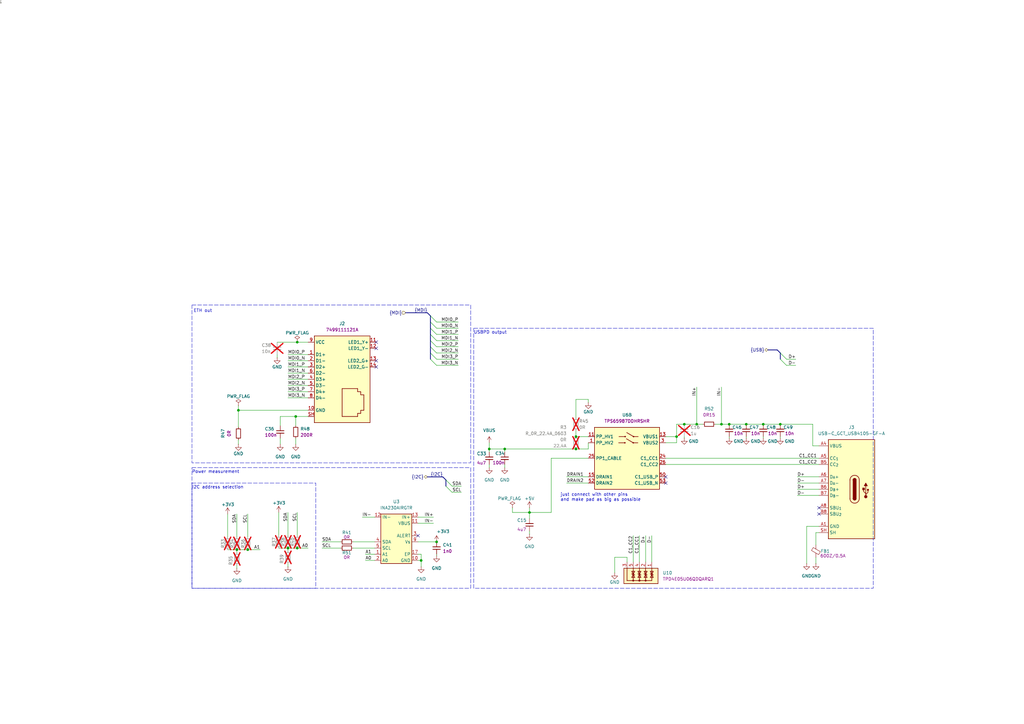
<source format=kicad_sch>
(kicad_sch (version 20230121) (generator eeschema)
  (paper "A3")
  (title_block (title "PoE to USBC PD adapter") (date "2024-07-08") (company "Antmicro ltd."))
  (junction (at 320.04 173.99))
  (junction (at 97.155 225.425))
  (junction (at 121.92 140.335))
  (junction (at 217.17 210.185))
  (junction (at 280.67 173.99))
  (junction (at 277.495 179.07))
  (junction (at 97.79 168.275))
  (junction (at 179.07 222.25))
  (junction (at 101.6 225.425))
  (junction (at 121.285 170.815))
  (junction (at 236.22 184.15))
  (junction (at 299.085 173.99))
  (junction (at 306.07 173.99))
  (junction (at 172.72 229.87))
  (junction (at 121.92 224.79))
  (junction (at 236.22 179.07))
  (junction (at 200.66 184.15))
  (junction (at 207.01 184.15))
  (junction (at 285.75 173.99))
  (junction (at 295.91 173.99))
  (junction (at 118.11 224.79))
  (junction (at 313.055 173.99))
  (no_connect (at 335.915 210.82))
  (no_connect (at 273.05 195.58))
  (no_connect (at 171.45 219.71))
  (no_connect (at 154.305 142.875))
  (no_connect (at 335.915 208.28))
  (no_connect (at 273.05 198.12))
  (no_connect (at 154.305 150.495))
  (no_connect (at 154.305 140.335))
  (no_connect (at 154.305 147.955))
  (bus_entry (at 322.58 147.32) (size -2.54 -2.54))
  (bus_entry (at 176.53 129.54) (size 2.54 2.54))
  (bus_entry (at 176.53 139.7) (size 2.54 2.54))
  (bus_entry (at 185.42 201.93) (size -2.54 -2.54))
  (bus_entry (at 185.42 199.39) (size -2.54 -2.54))
  (bus_entry (at 176.53 137.16) (size 2.54 2.54))
  (bus_entry (at 322.58 149.86) (size -2.54 -2.54))
  (bus_entry (at 176.53 142.24) (size 2.54 2.54))
  (bus_entry (at 176.53 134.62) (size 2.54 2.54))
  (bus_entry (at 176.53 144.78) (size 2.54 2.54))
  (bus_entry (at 176.53 147.32) (size 2.54 2.54))
  (bus_entry (at 176.53 132.08) (size 2.54 2.54))
  (wire (pts (xy 330.835 215.9) (xy 330.835 231.14)))
  (wire (pts (xy 187.96 139.7) (xy 179.07 139.7)))
  (wire (pts (xy 207.01 190.5) (xy 207.01 191.77)))
  (wire (pts (xy 185.42 201.93) (xy 189.23 201.93)))
  (wire (pts (xy 97.79 168.275) (xy 97.79 175.26)))
  (wire (pts (xy 200.66 184.15) (xy 207.01 184.15)))
  (wire (pts (xy 121.92 224.79) (xy 126.365 224.79)))
  (wire (pts (xy 322.58 147.32) (xy 326.39 147.32)))
  (wire (pts (xy 149.86 229.87) (xy 153.67 229.87)))
  (wire (pts (xy 207.01 184.15) (xy 236.22 184.15)))
  (wire (pts (xy 273.05 190.5) (xy 335.915 190.5)))
  (bus (pts (xy 176.53 137.16) (xy 176.53 139.7)))
  (wire (pts (xy 232.41 198.12) (xy 241.3 198.12)))
  (wire (pts (xy 259.715 219.71) (xy 259.715 230.505)))
  (wire (pts (xy 200.66 190.5) (xy 200.66 191.77)))
  (wire (pts (xy 285.75 173.99) (xy 288.29 173.99)))
  (bus (pts (xy 176.53 134.62) (xy 176.53 137.16)))
  (wire (pts (xy 320.04 173.99) (xy 333.375 173.99)))
  (wire (pts (xy 172.72 229.87) (xy 171.45 229.87)))
  (wire (pts (xy 97.155 225.425) (xy 97.155 226.695)))
  (wire (pts (xy 187.96 149.86) (xy 179.07 149.86)))
  (bus (pts (xy 176.53 129.54) (xy 175.26 128.27)))
  (bus (pts (xy 176.53 132.08) (xy 176.53 134.62)))
  (wire (pts (xy 264.795 219.71) (xy 264.795 230.505)))
  (wire (pts (xy 327.025 200.66) (xy 335.915 200.66)))
  (wire (pts (xy 334.645 228.6) (xy 334.645 231.14)))
  (wire (pts (xy 262.255 219.71) (xy 262.255 230.505)))
  (wire (pts (xy 241.3 181.61) (xy 241.3 184.15)))
  (wire (pts (xy 113.665 145.415) (xy 113.665 146.685)))
  (wire (pts (xy 121.285 174.625) (xy 121.285 170.815)))
  (wire (pts (xy 277.495 173.99) (xy 280.67 173.99)))
  (wire (pts (xy 171.45 227.33) (xy 172.72 227.33)))
  (wire (pts (xy 126.365 150.495) (xy 118.11 150.495)))
  (wire (pts (xy 313.055 179.07) (xy 313.055 179.705)))
  (wire (pts (xy 273.05 181.61) (xy 277.495 181.61)))
  (wire (pts (xy 144.78 224.79) (xy 153.67 224.79)))
  (wire (pts (xy 187.96 137.16) (xy 179.07 137.16)))
  (wire (pts (xy 97.155 231.775) (xy 97.155 233.045)))
  (wire (pts (xy 217.17 210.185) (xy 210.185 210.185)))
  (wire (pts (xy 101.6 210.82) (xy 101.6 220.345)))
  (wire (pts (xy 93.345 225.425) (xy 97.155 225.425)))
  (wire (pts (xy 327.025 195.58) (xy 335.915 195.58)))
  (wire (pts (xy 277.495 181.61) (xy 277.495 179.07)))
  (wire (pts (xy 121.285 179.705) (xy 121.285 182.245)))
  (wire (pts (xy 207.01 184.15) (xy 207.01 185.42)))
  (wire (pts (xy 187.96 142.24) (xy 179.07 142.24)))
  (wire (pts (xy 171.45 212.09) (xy 177.8 212.09)))
  (wire (pts (xy 126.365 140.335) (xy 121.92 140.335)))
  (wire (pts (xy 114.3 210.185) (xy 114.3 219.71)))
  (wire (pts (xy 236.22 184.15) (xy 241.3 184.15)))
  (wire (pts (xy 118.11 224.79) (xy 121.92 224.79)))
  (wire (pts (xy 236.22 171.45) (xy 236.22 163.83)))
  (wire (pts (xy 185.42 199.39) (xy 189.23 199.39)))
  (wire (pts (xy 114.935 170.815) (xy 121.285 170.815)))
  (wire (pts (xy 126.365 160.655) (xy 118.11 160.655)))
  (wire (pts (xy 114.935 170.815) (xy 114.935 174.625)))
  (wire (pts (xy 126.365 155.575) (xy 118.11 155.575)))
  (wire (pts (xy 149.86 227.33) (xy 153.67 227.33)))
  (wire (pts (xy 126.365 147.955) (xy 118.11 147.955)))
  (wire (pts (xy 126.365 158.115) (xy 118.11 158.115)))
  (wire (pts (xy 257.175 228.6) (xy 252.095 228.6)))
  (wire (pts (xy 217.17 210.185) (xy 217.17 212.725)))
  (wire (pts (xy 285.75 158.75) (xy 285.75 173.99)))
  (wire (pts (xy 226.06 210.185) (xy 226.06 187.96)))
  (wire (pts (xy 118.11 210.185) (xy 118.11 219.71)))
  (wire (pts (xy 179.07 227.33) (xy 179.07 227.965)))
  (wire (pts (xy 334.645 218.44) (xy 334.645 223.52)))
  (bus (pts (xy 166.37 128.27) (xy 175.26 128.27)))
  (wire (pts (xy 118.11 231.14) (xy 118.11 232.41)))
  (wire (pts (xy 327.025 203.2) (xy 335.915 203.2)))
  (bus (pts (xy 175.26 195.58) (xy 181.61 195.58)))
  (wire (pts (xy 236.22 163.83) (xy 241.3 163.83)))
  (wire (pts (xy 299.085 179.07) (xy 299.085 179.705)))
  (wire (pts (xy 114.935 179.705) (xy 114.935 182.245)))
  (wire (pts (xy 252.095 228.6) (xy 252.095 234.95)))
  (wire (pts (xy 217.17 210.185) (xy 226.06 210.185)))
  (wire (pts (xy 280.67 173.99) (xy 285.75 173.99)))
  (wire (pts (xy 187.96 134.62) (xy 179.07 134.62)))
  (wire (pts (xy 299.085 173.99) (xy 306.07 173.99)))
  (wire (pts (xy 126.365 153.035) (xy 118.11 153.035)))
  (bus (pts (xy 320.04 144.78) (xy 320.04 147.32)))
  (wire (pts (xy 320.04 179.07) (xy 320.04 179.705)))
  (wire (pts (xy 114.3 224.79) (xy 118.11 224.79)))
  (wire (pts (xy 121.92 210.185) (xy 121.92 219.71)))
  (wire (pts (xy 132.08 224.79) (xy 139.7 224.79)))
  (wire (pts (xy 97.79 180.34) (xy 97.79 182.245)))
  (wire (pts (xy 97.155 225.425) (xy 101.6 225.425)))
  (wire (pts (xy 277.495 179.07) (xy 273.05 179.07)))
  (wire (pts (xy 333.375 182.88) (xy 335.915 182.88)))
  (wire (pts (xy 333.375 173.99) (xy 333.375 182.88)))
  (wire (pts (xy 126.365 163.195) (xy 118.11 163.195)))
  (bus (pts (xy 320.04 144.78) (xy 318.77 143.51)))
  (bus (pts (xy 176.53 129.54) (xy 176.53 132.08)))
  (wire (pts (xy 236.22 176.53) (xy 236.22 179.07)))
  (wire (pts (xy 200.66 181.61) (xy 200.66 184.15)))
  (bus (pts (xy 176.53 142.24) (xy 176.53 144.78)))
  (wire (pts (xy 118.11 224.79) (xy 118.11 226.06)))
  (wire (pts (xy 295.91 173.99) (xy 299.085 173.99)))
  (wire (pts (xy 277.495 173.99) (xy 277.495 179.07)))
  (wire (pts (xy 313.055 173.99) (xy 320.04 173.99)))
  (wire (pts (xy 172.72 227.33) (xy 172.72 229.87)))
  (wire (pts (xy 171.45 222.25) (xy 179.07 222.25)))
  (wire (pts (xy 187.96 147.32) (xy 179.07 147.32)))
  (bus (pts (xy 314.96 143.51) (xy 318.77 143.51)))
  (bus (pts (xy 176.53 139.7) (xy 176.53 142.24)))
  (wire (pts (xy 236.22 179.07) (xy 241.3 179.07)))
  (wire (pts (xy 273.05 187.96) (xy 335.915 187.96)))
  (wire (pts (xy 322.58 149.86) (xy 326.39 149.86)))
  (bus (pts (xy 176.53 144.78) (xy 176.53 147.32)))
  (wire (pts (xy 97.155 210.82) (xy 97.155 220.345)))
  (wire (pts (xy 232.41 195.58) (xy 241.3 195.58)))
  (wire (pts (xy 335.915 215.9) (xy 330.835 215.9)))
  (wire (pts (xy 217.17 217.805) (xy 217.17 219.075)))
  (wire (pts (xy 132.08 222.25) (xy 139.7 222.25)))
  (wire (pts (xy 267.335 219.71) (xy 267.335 230.505)))
  (wire (pts (xy 306.07 179.07) (xy 306.07 179.705)))
  (wire (pts (xy 257.175 230.505) (xy 257.175 228.6)))
  (wire (pts (xy 172.72 232.41) (xy 172.72 229.87)))
  (wire (pts (xy 121.285 170.815) (xy 126.365 170.815)))
  (wire (pts (xy 335.915 218.44) (xy 334.645 218.44)))
  (wire (pts (xy 144.78 222.25) (xy 153.67 222.25)))
  (wire (pts (xy 148.59 212.09) (xy 153.67 212.09)))
  (wire (pts (xy 241.3 163.83) (xy 241.3 165.1)))
  (wire (pts (xy 293.37 173.99) (xy 295.91 173.99)))
  (wire (pts (xy 200.66 184.15) (xy 200.66 185.42)))
  (wire (pts (xy 327.025 198.12) (xy 335.915 198.12)))
  (wire (pts (xy 187.96 144.78) (xy 179.07 144.78)))
  (bus (pts (xy 182.88 196.85) (xy 181.61 195.58)))
  (wire (pts (xy 171.45 214.63) (xy 177.8 214.63)))
  (wire (pts (xy 226.06 187.96) (xy 241.3 187.96)))
  (wire (pts (xy 97.79 166.37) (xy 97.79 168.275)))
  (wire (pts (xy 187.96 132.08) (xy 179.07 132.08)))
  (wire (pts (xy 101.6 225.425) (xy 106.68 225.425)))
  (wire (pts (xy 306.07 173.99) (xy 313.055 173.99)))
  (bus (pts (xy 182.88 199.39) (xy 182.88 196.85)))
  (wire (pts (xy 97.79 168.275) (xy 126.365 168.275)))
  (wire (pts (xy 210.185 210.185) (xy 210.185 208.28)))
  (wire (pts (xy 121.92 140.335) (xy 113.665 140.335)))
  (wire (pts (xy 217.17 208.28) (xy 217.17 210.185)))
  (wire (pts (xy 280.67 179.07) (xy 280.67 179.705)))
  (wire (pts (xy 295.91 158.75) (xy 295.91 173.99)))
  (wire (pts (xy 93.345 210.82) (xy 93.345 220.345)))
  (wire (pts (xy 118.11 145.415) (xy 126.365 145.415)))
  (rectangle (start 78.74 198.12) (end 129.54 241.3) (stroke (width 0) (type dash)))
  (rectangle (start 78.74 125.095) (end 193.04 189.865) (stroke (width 0) (type dash)))
  (rectangle (start 78.74 191.77) (end 193.04 241.3) (stroke (width 0) (type dash)))
  (rectangle (start 194.31 134.62) (end 358.14 241.3) (stroke (width 0) (type dash)))
  (text "just connect with other pins\nand make pad as big as possible" (at 229.87 205.74 0) (effects (font (size 1.27 1.27)) (justify left bottom)))
  (text "Power measurement" (at 78.74 194.31 0) (effects (font (size 1.27 1.27)) (justify left bottom)))
  (text "USBPD output" (at 194.31 137.16 0) (effects (font (size 1.27 1.27)) (justify left bottom)))
  (text "ETH out" (at 79.375 128.27 0) (effects (font (size 1.27 1.27)) (justify left bottom)))
  (text "I2C address selection" (at 78.74 200.66 0) (effects (font (size 1.27 1.27)) (justify left bottom)))
  (label "IN+" (at 285.75 158.75 270))
  (label "IN+" (at 177.8 212.09 180))
  (label "D-" (at 267.335 219.71 270))
  (label "MDI2_P" (at 187.96 142.24 180))
  (label "D-" (at 327.025 203.2 0))
  (label "MDI1_P" (at 118.11 150.495 0))
  (label "MDI0_P" (at 187.96 132.08 180))
  (label "A1" (at 149.86 227.33 0))
  (label "A0" (at 126.365 224.79 180))
  (label "IN-" (at 177.8 214.63 180))
  (label "SCL" (at 132.08 224.79 0))
  (label "IN-" (at 295.91 158.75 270))
  (label "MDI1_N" (at 187.96 139.7 180))
  (label "SDA" (at 132.08 222.25 0))
  (label "A0" (at 149.86 229.87 0))
  (label "MDI1_P" (at 187.96 137.16 180))
  (label "D+" (at 264.795 219.71 270))
  (label "MDI3_P" (at 118.11 160.655 0))
  (label "MDI0_N" (at 118.11 147.955 0))
  (label "D+" (at 326.39 147.32 180))
  (label "DRAIN1" (at 232.41 195.58 0))
  (label "{MDI}" (at 175.26 128.27 180))
  (label "MDI2_P" (at 118.11 155.575 0))
  (label "MDI3_P" (at 187.96 147.32 180))
  (label "SCL" (at 101.6 210.82 270))
  (label "MDI0_P" (at 118.11 145.415 0))
  (label "SDA" (at 118.11 210.185 270))
  (label "D-" (at 327.025 198.12 0))
  (label "C1_CC1" (at 262.255 219.71 270))
  (label "SDA" (at 189.23 199.39 180))
  (label "MDI0_N" (at 187.96 134.62 180))
  (label "MDI1_N" (at 118.11 153.035 0))
  (label "SDA" (at 97.155 210.82 270))
  (label "{I2C}" (at 181.61 195.58 180))
  (label "MDI2_N" (at 187.96 144.78 180))
  (label "DRAIN2" (at 232.41 198.12 0))
  (label "D+" (at 327.025 195.58 0))
  (label "C1_CC1" (at 327.66 187.96 0))
  (label "SCL" (at 121.92 210.185 270))
  (label "C1_CC2" (at 259.715 219.71 270))
  (label "MDI3_N" (at 118.11 163.195 0))
  (label "SCL" (at 189.23 201.93 180))
  (label "MDI2_N" (at 118.11 158.115 0))
  (label "C1_CC2" (at 327.66 190.5 0))
  (label "D+" (at 327.025 200.66 0))
  (label "MDI3_N" (at 187.96 149.86 180))
  (label "A1" (at 106.68 225.425 180))
  (label "IN-" (at 148.59 212.09 0))
  (label "D-" (at 326.39 149.86 180))
  (hierarchical_label "{I2C}" (shape bidirectional) (at 175.26 195.58 180))
  (hierarchical_label "{USB}" (shape bidirectional) (at 314.96 143.51 180))
  (hierarchical_label "{MDI}" (shape input) (at 166.37 128.27 180))
  (symbol (lib_id "antmicroResistors0402:R_0R_0402") (at 139.7 222.25 0) (unit 1)
    (property "Reference" "R41" (at 142.24 218.44 0))
    (property "Value" "R_0R_0402" (effects hide))
    (property "Footprint" "antmicro-footprints:R_0402_1005Metric" (effects hide))
    (property "Datasheet" "https://industrial.panasonic.com/cdbs/www-data/pdf/RDA0000/AOA0000C301.pdf" (effects hide))
    (property "MPN" "ERJ2GE0R00X" (effects hide))
    (property "Manufacturer" "Panasonic" (effects hide))
    (property "License" "Apache-2.0" (effects hide))
    (property "Author" "Antmicro" (effects hide))
    (property "Val" "0R" (at 142.24 220.345 0))
    (property "Current" "1A" (effects hide))
  )
  (symbol (lib_id "antmicropower:GND") (at 114.935 182.245 0) (unit 1)
    (property "Reference" "#PWR077" (effects hide))
    (property "Value" "GND" (at 114.935 187.325 0))
    (property "Author" "Antmicro" (effects hide))
    (property "License" "Apache-2.0" (effects hide))
  )
  (symbol (lib_id "antmicropower:GND") (at 330.835 231.14 0) (unit 1)
    (property "Reference" "#PWR070" (effects hide))
    (property "Value" "GND" (at 330.835 236.22 0))
    (property "Author" "Antmicro" (effects hide))
    (property "License" "Apache-2.0" (effects hide))
  )
  (symbol (lib_id "antmicroResistorsmisc:R_0R15_2010") (at 288.29 173.99 0) (unit 1)
    (property "Reference" "R52" (at 290.83 167.64 0))
    (property "Value" "R_0R15_2010" (effects hide))
    (property "Footprint" "antmicro-footprints:R_2010_5025Metric" (effects hide))
    (property "Datasheet" "https://www.bourns.com/docs/product-datasheets/cr.pdf" (effects hide))
    (property "MPN" "CR2010-FX-0R15ELF" (effects hide))
    (property "Manufacturer" "Bourns" (effects hide))
    (property "License" "Apache-2.0" (effects hide))
    (property "Author" "Antmicro" (effects hide))
    (property "Val" "0R15" (at 290.83 170.18 0))
    (property "Tolerance" "1%" (effects hide))
  )
  (symbol (lib_id "antmicropower:GND") (at 280.67 179.705 0) (unit 1)
    (property "Reference" "#PWR069" (effects hide))
    (property "Value" "GND" (at 284.48 180.975 0))
    (property "Author" "Antmicro" (effects hide))
    (property "License" "Apache-2.0" (effects hide))
  )
  (symbol (lib_id "antmicropower:VBUS") (at 200.66 181.61 0) (unit 1)
    (property "Reference" "#PWR068" (effects hide))
    (property "Value" "VBUS" (at 200.66 176.53 0))
  )
  (symbol (lib_id "antmicropower:GND") (at 241.3 165.1 0) (unit 1)
    (property "Reference" "#PWR079" (effects hide))
    (property "Value" "GND" (at 241.3 168.91 0))
    (property "Author" "Antmicro" (effects hide))
    (property "License" "Apache-2.0" (effects hide))
  )
  (symbol (lib_id "antmicropower:GND") (at 313.055 179.705 0) (unit 1)
    (property "Reference" "#PWR0102" (effects hide))
    (property "Value" "GND" (at 316.865 180.975 0))
    (property "Author" "Antmicro" (effects hide))
    (property "License" "Apache-2.0" (effects hide))
  )
  (symbol (lib_id "antmicroInterfaceControllers:TPS65987DDHRSHR") (at 273.05 179.07 0) (mirror y) (unit 2)
    (property "Reference" "U6" (at 257.175 170.18 0))
    (property "Value" "TPS65987DDHRSHR" (effects hide))
    (property "Footprint" "antmicro-footprints:IC_TPS65987DDHRSHR" (effects hide))
    (property "Datasheet" "https://www.ti.com/lit/ds/symlink/tps65987d.pdf?ts=1720696952762&ref_url=https%253A%252F%252Fwww.ti.com%252Fproduct%252FTPS65987D%253Fbm-verify%253DAAQAAAAJ_____-o1LmU18E_WILkZVvHcuKcPEfFwTS6tlsW23TXkZNPfmEOYosFoIDVa7Oh0Ev5AAtjNRV4ReLn5eUD6s97WJfgAA_3PhpK-eL4wPHvTUXD1m6m55vocQ48bEQGa5RdOjfzwFS_n64Qgq_LV0eCM8BpVDumG4dpzVJRXXmSapYB1T1asOudiO5noPttKmAGgLVVJvd_Rmvs30u_CZ2y8V--rVvb0aqpgdV8xphKy6VS4nXHBIvJslmLIeV6BQAwkbF2aqBvN7X1bD4bCuRQBwj8ZENhQeurU-sJFAEMwDe3QxEmxyKw" (effects hide))
    (property "MPN" "TPS65987DDHRSHR" (at 257.175 172.72 0))
    (property "Manufacturer" "Texas Instruments" (effects hide))
    (property "License" "Apache-2.0" (effects hide))
    (property "Author" "Antmicro" (effects hide))
  )
  (symbol (lib_id "antmicroResistors0402:R_0R_0402") (at 121.92 224.79 90) (unit 1) (in_bom no) (dnp yes)
    (property "Reference" "R40" (at 120.015 220.345 0) (effects (justify right)))
    (property "Value" "R_0R_0402" (effects hide))
    (property "Footprint" "antmicro-footprints:R_0402_1005Metric" (effects hide))
    (property "Datasheet" "https://industrial.panasonic.com/cdbs/www-data/pdf/RDA0000/AOA0000C301.pdf" (effects hide))
    (property "MPN" "ERJ2GE0R00X" (effects hide))
    (property "Manufacturer" "Panasonic" (effects hide))
    (property "License" "Apache-2.0" (effects hide))
    (property "Author" "Antmicro" (effects hide))
    (property "Val" "0R" (at 121.92 220.98 0) (effects (justify right)))
    (property "Current" "1A" (effects hide))
    (property "DNP" "DNP" (at 0 0 0) (effects (font (size 1 1))))
  )
  (symbol (lib_id "antmicroResistors0402:R_0R_0402") (at 118.11 224.79 90) (unit 1) (in_bom no) (dnp yes)
    (property "Reference" "R38" (at 116.205 220.345 0) (effects (justify right)))
    (property "Value" "R_0R_0402" (effects hide))
    (property "Footprint" "antmicro-footprints:R_0402_1005Metric" (effects hide))
    (property "Datasheet" "https://industrial.panasonic.com/cdbs/www-data/pdf/RDA0000/AOA0000C301.pdf" (effects hide))
    (property "MPN" "ERJ2GE0R00X" (effects hide))
    (property "Manufacturer" "Panasonic" (effects hide))
    (property "License" "Apache-2.0" (effects hide))
    (property "Author" "Antmicro" (effects hide))
    (property "Val" "0R" (at 118.11 220.98 0) (effects (justify right)))
    (property "Current" "1A" (effects hide))
    (property "DNP" "DNP" (at 0 0 0) (effects (font (size 1 1))))
  )
  (symbol (lib_id "antmicropower:PWR_FLAG") (at 210.185 208.28 0) (unit 1)
    (property "Reference" "#FLG013" (effects hide))
    (property "Value" "PWR_FLAG" (at 208.915 204.47 0))
  )
  (symbol (lib_id "antmicroCapacitors0402:C_10n_50V_X7R_0402") (at 320.04 179.07 90) (unit 1)
    (property "Reference" "C49" (at 321.31 175.26 90) (effects (justify right)))
    (property "Value" "C_10n_50V_X7R_0402" (effects hide))
    (property "Footprint" "antmicro-footprints:C_0402_1005Metric" (effects hide))
    (property "Datasheet" "https://www.kemet.com/en/us/capacitors/product/C0402C103J5RAC.html" (effects hide))
    (property "MPN" "C0402C103J5RAC" (effects hide))
    (property "Val" "10n" (at 321.945 177.8 90) (effects (justify right)))
    (property "Voltage" "50V" (effects hide))
    (property "Dielectric" "X7R" (effects hide))
    (property "Manufacturer" "KEMET" (effects hide))
    (property "License" "Apache-2.0" (effects hide))
    (property "Author" "Antmicro" (effects hide))
  )
  (symbol (lib_id "antmicroUSBConnectors:USB-C_GCT_USB4105-GF-A") (at 335.915 182.88 0) (mirror y) (unit 1)
    (property "Reference" "J3" (at 349.25 175.26 0))
    (property "Value" "USB-C_GCT_USB4105-GF-A" (at 349.25 177.8 0))
    (property "Footprint" "antmicro-footprints:USB-C_Receptacle_GCT_USB4105-GF-A" (effects hide))
    (property "Datasheet" "https://gct.co/files/drawings/usb4105.pdf" (effects hide))
    (property "Manufacturer" "GCT" (effects hide))
    (property "MPN" "USB4105-GF-A" (effects hide))
    (property "Author" "Antmicro" (effects hide))
    (property "License" "Apache-2.0" (effects hide))
  )
  (symbol (lib_id "antmicropower:+3V3") (at 179.07 222.25 0) (unit 1)
    (property "Reference" "#PWR066" (effects hide))
    (property "Value" "+3V3" (at 179.07 218.694 0) (effects (justify left bottom)))
  )
  (symbol (lib_id "antmicropower:GND") (at 97.79 182.245 0) (unit 1)
    (property "Reference" "#PWR076" (effects hide))
    (property "Value" "GND" (at 97.79 186.055 0))
    (property "Author" "Antmicro" (effects hide))
    (property "License" "Apache-2.0" (effects hide))
  )
  (symbol (lib_id "antmicroResistors0402:R_0R_0402") (at 97.155 231.775 90) (unit 1) (in_bom no) (dnp yes)
    (property "Reference" "R35" (at 94.615 227.965 0) (effects (justify right)))
    (property "Value" "R_0R_0402" (effects hide))
    (property "Footprint" "antmicro-footprints:R_0402_1005Metric" (effects hide))
    (property "Datasheet" "https://industrial.panasonic.com/cdbs/www-data/pdf/RDA0000/AOA0000C301.pdf" (effects hide))
    (property "MPN" "ERJ2GE0R00X" (effects hide))
    (property "Manufacturer" "Panasonic" (effects hide))
    (property "License" "Apache-2.0" (effects hide))
    (property "Author" "Antmicro" (effects hide))
    (property "Val" "0R" (at 97.155 227.965 0) (effects (justify right)))
    (property "Current" "1A" (effects hide))
    (property "DNP" "DNP" (at 0 0 0) (effects (font (size 1 1))))
  )
  (symbol (lib_id "antmicroResistors0402:R_0R_0402") (at 97.155 225.425 90) (unit 1) (in_bom no) (dnp yes)
    (property "Reference" "R34" (at 95.25 220.98 0) (effects (justify right)))
    (property "Value" "R_0R_0402" (effects hide))
    (property "Footprint" "antmicro-footprints:R_0402_1005Metric" (effects hide))
    (property "Datasheet" "https://industrial.panasonic.com/cdbs/www-data/pdf/RDA0000/AOA0000C301.pdf" (effects hide))
    (property "MPN" "ERJ2GE0R00X" (effects hide))
    (property "Manufacturer" "Panasonic" (effects hide))
    (property "License" "Apache-2.0" (effects hide))
    (property "Author" "Antmicro" (effects hide))
    (property "Val" "0R" (at 97.155 221.615 0) (effects (justify right)))
    (property "Current" "1A" (effects hide))
    (property "DNP" "DNP" (at 0 0 0) (effects (font (size 1 1))))
  )
  (symbol (lib_id "antmicropower:+3V3") (at 93.345 210.82 0) (unit 1)
    (property "Reference" "#PWR029" (effects hide))
    (property "Value" "+3V3" (at 90.805 207.645 0) (effects (justify left bottom)))
  )
  (symbol (lib_id "antmicropower:GND") (at 252.095 234.95 0) (unit 1)
    (property "Reference" "#PWR088" (effects hide))
    (property "Value" "GND" (at 252.095 238.76 0))
    (property "Author" "Antmicro" (effects hide))
    (property "License" "Apache-2.0" (effects hide))
  )
  (symbol (lib_id "antmicropower:+3V3") (at 114.3 210.185 0) (unit 1)
    (property "Reference" "#PWR061" (effects hide))
    (property "Value" "+3V3" (at 111.76 207.01 0) (effects (justify left bottom)))
  )
  (symbol (lib_id "antmicropower:GND") (at 200.66 191.77 0) (unit 1)
    (property "Reference" "#PWR080" (effects hide))
    (property "Value" "GND" (at 200.66 196.85 0))
    (property "Author" "Antmicro" (effects hide))
    (property "License" "Apache-2.0" (effects hide))
  )
  (symbol (lib_id "antmicroResistors0603:R_0R_22.4A_0603") (at 236.22 179.07 90) (mirror x) (unit 1) (in_bom no) (dnp yes)
    (property "Reference" "R3" (at 232.41 175.26 90) (effects (justify left)))
    (property "Value" "R_0R_22.4A_0603" (at 232.41 177.8 90) (effects (justify left)))
    (property "Footprint" "antmicro-footprints:R_0603_1608Metric" (effects hide))
    (property "Datasheet" "https://fscdn.rohm.com/en/products/databook/datasheet/passive/resistor/chip_resistor/pmr-jpw-e.pdf" (effects hide))
    (property "MPN" "PMR03EZPJ000" (effects hide))
    (property "Manufacturer" "ROHM Semiconductor" (effects hide))
    (property "Val" "0R" (at 232.41 180.34 90) (effects (justify left)))
    (property "Max. Curr." "22.4A" (at 232.41 182.88 90) (effects (justify left)))
    (property "Author" "Antmicro" (effects hide))
    (property "License" "Apache-2.0" (effects hide))
    (property "Tolerance" "template_tolerance" (effects hide))
    (property "DNP" "DNP" (at 0 0 0) (effects (font (size 1 1))))
  )
  (symbol (lib_id "antmicroResistors0402:R_0R_0402") (at 118.11 231.14 90) (unit 1) (in_bom no) (dnp yes)
    (property "Reference" "R39" (at 115.57 227.33 0) (effects (justify right)))
    (property "Value" "R_0R_0402" (effects hide))
    (property "Footprint" "antmicro-footprints:R_0402_1005Metric" (effects hide))
    (property "Datasheet" "https://industrial.panasonic.com/cdbs/www-data/pdf/RDA0000/AOA0000C301.pdf" (effects hide))
    (property "MPN" "ERJ2GE0R00X" (effects hide))
    (property "Manufacturer" "Panasonic" (effects hide))
    (property "License" "Apache-2.0" (effects hide))
    (property "Author" "Antmicro" (effects hide))
    (property "Val" "0R" (at 118.11 227.33 0) (effects (justify right)))
    (property "Current" "1A" (effects hide))
    (property "DNP" "DNP" (at 0 0 0) (effects (font (size 1 1))))
  )
  (symbol (lib_id "antmicroCapacitors0402:C_4u7_25V_0402") (at 217.17 217.805 90) (unit 1)
    (property "Reference" "C15" (at 212.09 213.36 90) (effects (justify right)))
    (property "Value" "C_4u7_25V_0402" (effects hide))
    (property "Footprint" "antmicro-footprints:C_0402_1005Metric" (effects hide))
    (property "Datasheet" "https://www.murata.com/products/productdetail?partno=GRM155C61E475ME15%23" (effects hide))
    (property "MPN" "GRM155C61E475ME15J" (effects hide))
    (property "Manufacturer" "Murata" (effects hide))
    (property "License" "Apache-2.0" (effects hide))
    (property "Author" "Antmicro" (effects hide))
    (property "Val" "4u7" (at 212.09 217.17 90) (effects (justify right)))
    (property "Voltage" "25V" (effects hide))
    (property "Dielectric" "X5S" (effects hide))
  )
  (symbol (lib_id "antmicroCapacitors0402:C_100n_0402") (at 114.935 174.625 90) (mirror x) (unit 1)
    (property "Reference" "C36" (at 108.585 175.895 90) (effects (justify right)))
    (property "Value" "C_100n_0402" (effects hide))
    (property "Footprint" "antmicro-footprints:C_0402_1005Metric" (effects hide))
    (property "Datasheet" "https://search.murata.co.jp/Ceramy/image/img/A01X/G101/ENG/GRM155R61H104KE14-01.pdf" (effects hide))
    (property "Manufacturer" "Murata" (effects hide))
    (property "MPN" "GRM155R61H104KE14D" (effects hide))
    (property "Val" "100n" (at 108.585 178.435 90) (effects (justify right)))
    (property "License" "Apache-2.0" (effects hide))
    (property "Author" "Antmicro" (effects hide))
    (property "Voltage" "50V" (effects hide))
    (property "Dielectric" "X5R" (effects hide))
  )
  (symbol (lib_id "antmicropower:GND") (at 320.04 179.705 0) (unit 1)
    (property "Reference" "#PWR0103" (effects hide))
    (property "Value" "GND" (at 323.85 180.975 0))
    (property "Author" "Antmicro" (effects hide))
    (property "License" "Apache-2.0" (effects hide))
  )
  (symbol (lib_id "antmicroCapacitors0603:C_10n_0603") (at 113.665 145.415 90) (unit 1) (in_bom no) (dnp yes)
    (property "Reference" "C38" (at 107.315 141.605 90) (effects (justify right)))
    (property "Value" "C_10n_0603" (effects hide))
    (property "Footprint" "antmicro-footprints:C_0603_1608Metric" (effects hide))
    (property "Datasheet" "https://spicat.kyocera-avx.com/product/mlcc/chartview/06031C103JAT2A/" (effects hide))
    (property "MPN" "06031C103JAT2A" (effects hide))
    (property "Manufacturer" "AVX" (effects hide))
    (property "License" "Apache-2.0" (effects hide))
    (property "Author" "Antmicro" (effects hide))
    (property "Val" "10n" (at 107.315 144.145 90) (effects (justify right)))
    (property "Public" "False" (effects hide))
    (property "DNP" "DNP" (at -135.255 64.135 0) (effects (font (size 1 1))))
  )
  (symbol (lib_id "antmicropower:PWR_FLAG") (at 121.92 140.335 0) (unit 1)
    (property "Reference" "#FLG010" (effects hide))
    (property "Value" "PWR_FLAG" (at 121.92 136.525 0))
  )
  (symbol (lib_id "antmicroCapacitors0402:C_1n0_0402") (at 179.07 227.33 90) (unit 1)
    (property "Reference" "C41" (at 181.61 223.5136 90) (effects (justify right)))
    (property "Value" "C_1n0_0402" (effects hide))
    (property "Footprint" "antmicro-footprints:C_0402_1005Metric" (effects hide))
    (property "Datasheet" "https://www.we-online.com/components/products/datasheet/885012005018.pdf" (effects hide))
    (property "MPN" "885012005018" (effects hide))
    (property "Manufacturer" "Würth Elektronik" (effects hide))
    (property "License" "Apache-2.0" (effects hide))
    (property "Author" "Antmicro" (effects hide))
    (property "Val" "1n0" (at 181.61 226.0536 90) (effects (justify right)))
  )
  (symbol (lib_id "antmicropower:GND") (at 113.665 146.685 0) (unit 1)
    (property "Reference" "#PWR084" (effects hide))
    (property "Value" "GND" (at 113.665 150.495 0))
    (property "Author" "Antmicro" (effects hide))
    (property "License" "Apache-2.0" (effects hide))
  )
  (symbol (lib_id "antmicropower:GND") (at 179.07 227.965 0) (unit 1)
    (property "Reference" "#PWR091" (effects hide))
    (property "Value" "GND" (at 179.07 233.045 0))
    (property "Author" "Antmicro" (effects hide))
    (property "License" "Apache-2.0" (effects hide))
  )
  (symbol (lib_id "antmicroResistors0402:R_0R_0402") (at 139.7 224.79 0) (unit 1)
    (property "Reference" "R51" (at 142.24 226.695 0))
    (property "Value" "R_0R_0402" (effects hide))
    (property "Footprint" "antmicro-footprints:R_0402_1005Metric" (effects hide))
    (property "Datasheet" "https://industrial.panasonic.com/cdbs/www-data/pdf/RDA0000/AOA0000C301.pdf" (effects hide))
    (property "MPN" "ERJ2GE0R00X" (effects hide))
    (property "Manufacturer" "Panasonic" (effects hide))
    (property "License" "Apache-2.0" (effects hide))
    (property "Author" "Antmicro" (effects hide))
    (property "Val" "0R" (at 142.24 228.6 0))
    (property "Current" "1A" (effects hide))
  )
  (symbol (lib_id "antmicroCapacitors0402:C_10n_50V_X7R_0402") (at 299.085 179.07 90) (unit 1)
    (property "Reference" "C46" (at 300.355 175.26 90) (effects (justify right)))
    (property "Value" "C_10n_50V_X7R_0402" (effects hide))
    (property "Footprint" "antmicro-footprints:C_0402_1005Metric" (effects hide))
    (property "Datasheet" "https://www.kemet.com/en/us/capacitors/product/C0402C103J5RAC.html" (effects hide))
    (property "MPN" "C0402C103J5RAC" (effects hide))
    (property "Val" "10n" (at 300.99 177.8 90) (effects (justify right)))
    (property "Voltage" "50V" (effects hide))
    (property "Dielectric" "X7R" (effects hide))
    (property "Manufacturer" "KEMET" (effects hide))
    (property "License" "Apache-2.0" (effects hide))
    (property "Author" "Antmicro" (effects hide))
  )
  (symbol (lib_id "antmicropower:GND") (at 121.285 182.245 0) (unit 1)
    (property "Reference" "#PWR085" (effects hide))
    (property "Value" "GND" (at 121.285 187.325 0))
    (property "Author" "Antmicro" (effects hide))
    (property "License" "Apache-2.0" (effects hide))
  )
  (symbol (lib_id "antmicroCapacitors0402:C_10n_50V_X7R_0402") (at 313.055 179.07 90) (unit 1)
    (property "Reference" "C48" (at 314.325 175.26 90) (effects (justify right)))
    (property "Value" "C_10n_50V_X7R_0402" (effects hide))
    (property "Footprint" "antmicro-footprints:C_0402_1005Metric" (effects hide))
    (property "Datasheet" "https://www.kemet.com/en/us/capacitors/product/C0402C103J5RAC.html" (effects hide))
    (property "MPN" "C0402C103J5RAC" (effects hide))
    (property "Val" "10n" (at 314.96 177.8 90) (effects (justify right)))
    (property "Voltage" "50V" (effects hide))
    (property "Dielectric" "X7R" (effects hide))
    (property "Manufacturer" "KEMET" (effects hide))
    (property "License" "Apache-2.0" (effects hide))
    (property "Author" "Antmicro" (effects hide))
  )
  (symbol (lib_id "antmicroCapacitors0402:C_4u7_25V_0402") (at 200.66 190.5 90) (unit 1)
    (property "Reference" "C33" (at 195.58 186.055 90) (effects (justify right)))
    (property "Value" "C_4u7_25V_0402" (effects hide))
    (property "Footprint" "antmicro-footprints:C_0402_1005Metric" (effects hide))
    (property "Datasheet" "https://www.murata.com/products/productdetail?partno=GRM155C61E475ME15%23" (effects hide))
    (property "MPN" "GRM155C61E475ME15J" (effects hide))
    (property "Manufacturer" "Murata" (effects hide))
    (property "License" "Apache-2.0" (effects hide))
    (property "Author" "Antmicro" (effects hide))
    (property "Val" "4u7" (at 195.58 189.865 90) (effects (justify right)))
    (property "Voltage" "25V" (effects hide))
    (property "Dielectric" "X5S" (effects hide))
  )
  (symbol (lib_id "antmicropower:GND") (at 217.17 219.075 0) (unit 1)
    (property "Reference" "#PWR028" (effects hide))
    (property "Value" "GND" (at 217.17 224.155 0))
    (property "Author" "Antmicro" (effects hide))
    (property "License" "Apache-2.0" (effects hide))
  )
  (symbol (lib_id "antmicroFerriteBeadsandChips:FB_600Z_0.5A_Murata-BLM18AG_0603") (at 334.645 223.52 270) (unit 1)
    (property "Reference" "FB1" (at 338.455 226.06 90))
    (property "Value" "FB_600Z_0.5A_Murata-BLM18AG_0603" (effects hide))
    (property "Footprint" "antmicro-footprints:FB_0603_1608Metric" (effects hide))
    (property "Datasheet" "https://www.murata.com/en-us/products/productdata/8796738650142/ENFA0003.pdf" (effects hide))
    (property "Val" "600Z/0.5A" (at 341.63 227.965 90))
    (property "MPN" "BLM18AG601SN1D" (effects hide))
    (property "Manufacturer" "Murata" (effects hide))
    (property "Author" "Antmicro" (effects hide))
    (property "License" "Apache-2.0" (effects hide))
  )
  (symbol (lib_id "antmicropower:GND") (at 118.11 232.41 0) (unit 1)
    (property "Reference" "#PWR062" (effects hide))
    (property "Value" "GND" (at 118.11 237.49 0))
    (property "Author" "Antmicro" (effects hide))
    (property "License" "Apache-2.0" (effects hide))
  )
  (symbol (lib_id "antmicropower:+5V") (at 217.17 208.28 0) (unit 1)
    (property "Reference" "#PWR027" (effects hide))
    (property "Value" "+5V" (at 217.17 204.47 0))
    (property "Author" "Antmicro" (effects hide))
    (property "License" "Apache-2.0" (effects hide))
  )
  (symbol (lib_name "C_100n_0402_1") (lib_id "antmicroCapacitors0402:C_100n_0402") (at 207.01 185.42 90) (mirror x) (unit 1)
    (property "Reference" "C34" (at 207.01 186.69 90) (effects (justify left bottom)))
    (property "Value" "C_100n_0402" (effects hide))
    (property "Footprint" "antmicro-footprints:C_0402_1005Metric" (effects hide))
    (property "Datasheet" "https://search.murata.co.jp/Ceramy/image/img/A01X/G101/ENG/GRM155R61H104KE14-01.pdf" (effects hide))
    (property "MPN" "GRM155R61H104KE14D" (effects hide))
    (property "Manufacturer" "Murata" (effects hide))
    (property "Val" "100n" (at 207.01 190.5 90) (effects (justify left bottom)))
    (property "License" "Apache-2.0" (effects hide))
    (property "Author" "Antmicro" (effects hide))
    (property "Voltage" "50V" (effects hide))
    (property "Dielectric" "X5R" (effects hide))
  )
  (symbol (lib_id "antmicroResistors0402:R_0R_0402") (at 97.79 180.34 90) (unit 1)
    (property "Reference" "R47" (at 91.44 177.8 0))
    (property "Value" "R_0R_0402" (effects hide))
    (property "Footprint" "antmicro-footprints:R_0402_1005Metric" (effects hide))
    (property "Datasheet" "https://industrial.panasonic.com/cdbs/www-data/pdf/RDA0000/AOA0000C301.pdf" (effects hide))
    (property "MPN" "ERJ2GE0R00X" (effects hide))
    (property "Manufacturer" "Panasonic" (effects hide))
    (property "License" "Apache-2.0" (effects hide))
    (property "Author" "Antmicro" (effects hide))
    (property "Val" "0R" (at 93.98 177.8 0))
    (property "Current" "1A" (effects hide))
  )
  (symbol (lib_id "antmicroResistors0402:R_0R_0402") (at 114.3 224.79 90) (unit 1) (in_bom no) (dnp yes)
    (property "Reference" "R37" (at 112.395 220.345 0) (effects (justify right)))
    (property "Value" "R_0R_0402" (effects hide))
    (property "Footprint" "antmicro-footprints:R_0402_1005Metric" (effects hide))
    (property "Datasheet" "https://industrial.panasonic.com/cdbs/www-data/pdf/RDA0000/AOA0000C301.pdf" (effects hide))
    (property "MPN" "ERJ2GE0R00X" (effects hide))
    (property "Manufacturer" "Panasonic" (effects hide))
    (property "License" "Apache-2.0" (effects hide))
    (property "Author" "Antmicro" (effects hide))
    (property "Val" "0R" (at 114.3 220.98 0) (effects (justify right)))
    (property "Current" "1A" (effects hide))
    (property "DNP" "DNP" (at 0 0 0) (effects (font (size 1 1))))
  )
  (symbol (lib_id "antmicropower:GND") (at 299.085 179.705 0) (unit 1)
    (property "Reference" "#PWR0100" (effects hide))
    (property "Value" "GND" (at 302.895 180.975 0))
    (property "Author" "Antmicro" (effects hide))
    (property "License" "Apache-2.0" (effects hide))
  )
  (symbol (lib_id "antmicroResistors0402:R_0R_0402") (at 236.22 176.53 90) (unit 1) (in_bom no) (dnp yes)
    (property "Reference" "R45" (at 237.49 172.72 90) (effects (justify right)))
    (property "Value" "R_0R_0402" (effects hide))
    (property "Footprint" "antmicro-footprints:R_0402_1005Metric" (effects hide))
    (property "Datasheet" "https://industrial.panasonic.com/cdbs/www-data/pdf/RDA0000/AOA0000C301.pdf" (effects hide))
    (property "MPN" "ERJ2GE0R00X" (effects hide))
    (property "Manufacturer" "Panasonic" (effects hide))
    (property "License" "Apache-2.0" (effects hide))
    (property "Author" "Antmicro" (effects hide))
    (property "Val" "0R" (at 237.49 175.26 90) (effects (justify right)))
    (property "Current" "1A" (effects hide))
    (property "DNP" "DNP" (at 0 0 0) (effects (font (size 1 1))))
  )
  (symbol (lib_id "antmicropower:GND") (at 207.01 191.77 0) (unit 1)
    (property "Reference" "#PWR081" (effects hide))
    (property "Value" "GND" (at 207.01 196.85 0))
    (property "Author" "Antmicro" (effects hide))
    (property "License" "Apache-2.0" (effects hide))
  )
  (symbol (lib_id "antmicroTVSDiodes:TPD4E05U06QDQARQ1") (at 267.335 230.505 270) (unit 1)
    (property "Reference" "U10" (at 271.78 234.95 90) (effects (justify left)))
    (property "Value" "TPD4E05U06QDQARQ1" (effects hide))
    (property "Footprint" "antmicro-footprints:USON-10_2.5x1mm_P0.5mm" (effects hide))
    (property "Datasheet" "https://www.ti.com/lit/ds/symlink/tpd4e05u06-q1.pdf?HQS=dis-mous-null-mousermode-dsf-pf-null-wwe&ts=1663591265741&ref_url=https%253A%252F%252Fwww.mouser.com%252F" (effects hide))
    (property "MPN" "TPD4E05U06QDQARQ1" (at 271.78 237.49 90) (effects (justify left)))
    (property "Manufacturer" "Texas Instruments" (effects hide))
    (property "Author" "Antmicro" (effects hide))
    (property "License" "Apache-2.0" (effects hide))
  )
  (symbol (lib_id "antmicropower:GND") (at 172.72 232.41 0) (unit 1)
    (property "Reference" "#PWR064" (effects hide))
    (property "Value" "GND" (at 172.72 237.49 0))
    (property "Author" "Antmicro" (effects hide))
    (property "License" "Apache-2.0" (effects hide))
  )
  (symbol (lib_id "antmicroResistors0402:R_0R_0402") (at 93.345 225.425 90) (unit 1) (in_bom no) (dnp yes)
    (property "Reference" "R33" (at 91.44 220.98 0) (effects (justify right)))
    (property "Value" "R_0R_0402" (effects hide))
    (property "Footprint" "antmicro-footprints:R_0402_1005Metric" (effects hide))
    (property "Datasheet" "https://industrial.panasonic.com/cdbs/www-data/pdf/RDA0000/AOA0000C301.pdf" (effects hide))
    (property "MPN" "ERJ2GE0R00X" (effects hide))
    (property "Manufacturer" "Panasonic" (effects hide))
    (property "License" "Apache-2.0" (effects hide))
    (property "Author" "Antmicro" (effects hide))
    (property "Val" "0R" (at 93.345 221.615 0) (effects (justify right)))
    (property "Current" "1A" (effects hide))
    (property "DNP" "DNP" (at 0 0 0) (effects (font (size 1 1))))
  )
  (symbol (lib_id "antmicropower:GND") (at 334.645 231.14 0) (unit 1)
    (property "Reference" "#PWR071" (effects hide))
    (property "Value" "GND" (at 334.645 236.22 0))
    (property "Author" "Antmicro" (effects hide))
    (property "License" "Apache-2.0" (effects hide))
  )
  (symbol (lib_id "antmicroCapacitors0402:C_10n_50V_X7R_0402") (at 306.07 179.07 90) (unit 1)
    (property "Reference" "C47" (at 307.34 175.26 90) (effects (justify right)))
    (property "Value" "C_10n_50V_X7R_0402" (effects hide))
    (property "Footprint" "antmicro-footprints:C_0402_1005Metric" (effects hide))
    (property "Datasheet" "https://www.kemet.com/en/us/capacitors/product/C0402C103J5RAC.html" (effects hide))
    (property "MPN" "C0402C103J5RAC" (effects hide))
    (property "Val" "10n" (at 307.975 177.8 90) (effects (justify right)))
    (property "Voltage" "50V" (effects hide))
    (property "Dielectric" "X7R" (effects hide))
    (property "Manufacturer" "KEMET" (effects hide))
    (property "License" "Apache-2.0" (effects hide))
    (property "Author" "Antmicro" (effects hide))
  )
  (symbol (lib_id "antmicroResistors0402:R_200R_0402") (at 121.285 179.705 270) (mirror x) (unit 1)
    (property "Reference" "R48" (at 123.19 175.895 90) (effects (justify left)))
    (property "Value" "R_200R_0402" (effects hide))
    (property "Footprint" "antmicro-footprints:R_0402_1005Metric" (effects hide))
    (property "Datasheet" "https://www.bourns.com/docs/product-datasheets/cr.pdf" (effects hide))
    (property "Manufacturer" "Bourns" (effects hide))
    (property "MPN" "CR0402-FX-2000GLF" (effects hide))
    (property "Val" "200R" (at 123.19 178.435 90) (effects (justify left)))
    (property "License" "Apache-2.0" (effects hide))
    (property "Author" "Antmicro" (effects hide))
    (property "Tolerance" "1%" (effects hide))
  )
  (symbol (lib_id "antmicropower:PWR_FLAG") (at 97.79 166.37 0) (unit 1)
    (property "Reference" "#FLG011" (effects hide))
    (property "Value" "PWR_FLAG" (at 97.79 162.56 0))
  )
  (symbol (lib_id "antmicropower:GND") (at 306.07 179.705 0) (unit 1)
    (property "Reference" "#PWR0101" (effects hide))
    (property "Value" "GND" (at 309.88 180.975 0))
    (property "Author" "Antmicro" (effects hide))
    (property "License" "Apache-2.0" (effects hide))
  )
  (symbol (lib_id "antmicroCapacitors0402:C_1u_25V_0402") (at 280.67 179.07 90) (unit 1) (in_bom no) (dnp yes)
    (property "Reference" "C16" (at 283.21 175.2536 90) (effects (justify right)))
    (property "Value" "C_1u_25V_0402" (effects hide))
    (property "Footprint" "antmicro-footprints:C_0402_1005Metric" (effects hide))
    (property "Datasheet" "https://www.murata.com/products/productdetail?partno=GRM155R61E105KE11%23" (effects hide))
    (property "MPN" "GRM155R61E105KE11J" (effects hide))
    (property "Manufacturer" "Murata" (effects hide))
    (property "License" "Apache-2.0" (effects hide))
    (property "Author" "Antmicro" (effects hide))
    (property "Val" "1u" (at 283.21 177.7936 90) (effects (justify right)))
    (property "Voltage" "25V" (effects hide))
    (property "Dielectric" "X5R" (effects hide))
    (property "DNP" "DNP" (at 0 -5.08 0) (effects (font (size 1 1))))
  )
  (symbol (lib_id "antmicroPowerMeasurement:INA230AIRGTR") (at 153.67 210.82 0) (unit 1)
    (property "Reference" "U3" (at 162.56 205.74 0))
    (property "Value" "INA230AIRGTR" (at 162.56 208.28 0))
    (property "Footprint" "antmicro-footprints:VQFN-16-1EP_3x3mm_P0.5mm_EP1.68x1.68mm" (effects hide))
    (property "Datasheet" "https://www.ti.com/lit/ds/symlink/ina230.pdf?ts=1720708270976&ref_url=https%253A%252F%252Fwww.mouser.pl%252F" (effects hide))
    (property "MPN" "INA230AIRGTR" (effects hide))
    (property "Manufacturer" "Texas Instruments" (effects hide))
    (property "Author" "Antmicro" (effects hide))
    (property "License" "Apache-2.0" (effects hide))
  )
  (symbol (lib_id "antmicroModularConnectorsJacksWithMagnetics:Bus_RJ45_7499111121A") (at 126.365 140.335 0) (unit 1)
    (property "Reference" "J2" (at 140.335 132.715 0))
    (property "Value" "Bus_RJ45_7499111121A" (effects hide))
    (property "Footprint" "antmicro-footprints:RJ45_7499111121A_Horizontal" (effects hide))
    (property "Datasheet" "https://www.we-online.com/components/products/datasheet/7499111121A.pdf" (effects hide))
    (property "MPN" "7499111121A" (at 140.335 135.255 0))
    (property "Manufacturer" "Würth Elektronik" (effects hide))
    (property "Author" "Antmicro" (effects hide))
    (property "License" "Apache-2.0" (effects hide))
  )
  (symbol (lib_id "antmicroResistors0402:R_0R_0402") (at 101.6 225.425 90) (unit 1) (in_bom no) (dnp yes)
    (property "Reference" "R36" (at 99.695 220.98 0) (effects (justify right)))
    (property "Value" "R_0R_0402" (effects hide))
    (property "Footprint" "antmicro-footprints:R_0402_1005Metric" (effects hide))
    (property "Datasheet" "https://industrial.panasonic.com/cdbs/www-data/pdf/RDA0000/AOA0000C301.pdf" (effects hide))
    (property "MPN" "ERJ2GE0R00X" (effects hide))
    (property "Manufacturer" "Panasonic" (effects hide))
    (property "License" "Apache-2.0" (effects hide))
    (property "Author" "Antmicro" (effects hide))
    (property "Val" "0R" (at 101.6 221.615 0) (effects (justify right)))
    (property "Current" "1A" (effects hide))
    (property "DNP" "DNP" (at 0 0 0) (effects (font (size 1 1))))
  )
  (symbol (lib_id "antmicropower:GND") (at 97.155 233.045 0) (unit 1)
    (property "Reference" "#PWR060" (effects hide))
    (property "Value" "GND" (at 97.155 238.125 0))
    (property "Author" "Antmicro" (effects hide))
    (property "License" "Apache-2.0" (effects hide))
  )
)
</source>
